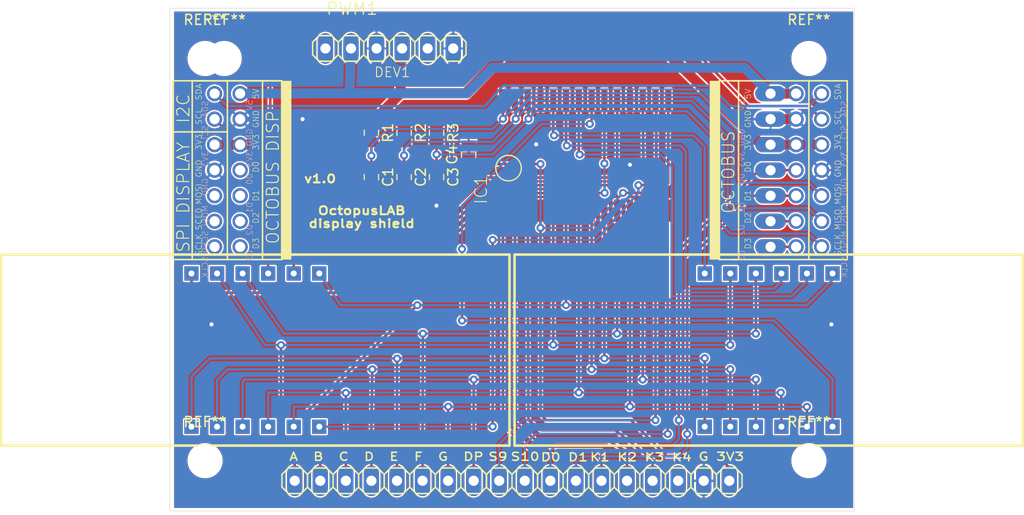
<source format=kicad_pcb>
(kicad_pcb (version 20171130) (host pcbnew "(5.1.5)-3")
  (layers (0 Top signal) (31 Bottom signal) (34 B.Paste user) (35 F.Paste user) (36 B.SilkS user) (37 F.SilkS user) (38 B.Mask user) (39 F.Mask user) (44 Edge.Cuts user))
  (net 0 "")
  (net 1 GND)
  (net 2 +5V)
  (net 3 +3V3)
  (net 4 /I2C_SDA)
  (net 5 /I2C_SCL)
  (net 6 /SPI_MOSI)
  (net 7 /SPI_MISO)
  (net 8 /SPI_SCLK)
  (net 9 /DEV1)
  (net 10 "Net-(U$4-PadD3)")
  (net 11 "Net-(U$4-PadD2)")
  (net 12 "Net-(U$4-PadD1)")
  (net 13 "Net-(U$4-PadD0)")
  (net 14 /PWM1)
  (net 15 D)
  (net 16 G)
  (net 17 C)
  (net 18 DP)
  (net 19 E)
  (net 20 D1)
  (net 21 D2)
  (net 22 D3)
  (net 23 D4)
  (net 24 D5)
  (net 25 D6)
  (net 26 D7)
  (net 27 D8)
  (net 28 B)
  (net 29 F)
  (net 30 A)
  (net 31 S10)
  (net 32 S9)
  (net 33 K3)
  (net 34 K2)
  (net 35 K1)
  (net 36 /SPI_MOSI-L)
  (net 37 /SPI_CS-L)
  (net 38 /SPI_SCLK-L)
  (net 39 "Net-(JP4-Pad4)")
  (net 40 D1-o)
  (net 41 D0-o)
  (net 42 /D3-o)
  (net 43 /D2-o)
  (module TM1638Shield1:SOP28 (layer Top) (at 141.2748 114.6302)
    (fp_text reference IC1 (at -9.652 4.953 90) (layer F.SilkS) (effects (font (size 1.2065 1.2065) (thickness 0.09652)) (justify left bottom)))
    (fp_text value TM1638)
    (pad 28 smd rect (at -8.255 -5.5) (size 0.6 2.2) (layers Top F.Paste F.Mask) (net 6 /SPI_MOSI))
    (pad 27 smd rect (at -6.985 -5.5) (size 0.6 2.2) (layers Top F.Paste F.Mask) (net 7 /SPI_MISO))
    (pad 26 smd rect (at -5.715 -5.5) (size 0.6 2.2) (layers Top F.Paste F.Mask) (net 8 /SPI_SCLK))
    (pad 25 smd rect (at -4.445 -5.5) (size 0.6 2.2) (layers Top F.Paste F.Mask) (net 1 GND))
    (pad 24 smd rect (at -3.175 -5.5) (size 0.6 2.2) (layers Top F.Paste F.Mask) (net 20 D1))
    (pad 23 smd rect (at -1.905 -5.5) (size 0.6 2.2) (layers Top F.Paste F.Mask) (net 21 D2))
    (pad 22 smd rect (at -0.635 -5.5) (size 0.6 2.2) (layers Top F.Paste F.Mask) (net 22 D3))
    (pad 21 smd rect (at 0.635 -5.5) (size 0.6 2.2) (layers Top F.Paste F.Mask) (net 23 D4))
    (pad 20 smd rect (at 1.905 -5.5) (size 0.6 2.2) (layers Top F.Paste F.Mask) (net 24 D5))
    (pad 19 smd rect (at 3.175 -5.5) (size 0.6 2.2) (layers Top F.Paste F.Mask) (net 25 D6))
    (pad 18 smd rect (at 4.445 -5.5) (size 0.6 2.2) (layers Top F.Paste F.Mask) (net 1 GND))
    (pad 17 smd rect (at 5.715 -5.5) (size 0.6 2.2) (layers Top F.Paste F.Mask) (net 26 D7))
    (pad 16 smd rect (at 6.985 -5.5) (size 0.6 2.2) (layers Top F.Paste F.Mask) (net 27 D8))
    (pad 15 smd rect (at 8.255 -5.5) (size 0.6 2.2) (layers Top F.Paste F.Mask) (net 3 +3V3))
    (pad 14 smd rect (at 8.255 5.5) (size 0.6 2.2) (layers Top F.Paste F.Mask) (net 31 S10))
    (pad 13 smd rect (at 6.985 5.5) (size 0.6 2.2) (layers Top F.Paste F.Mask) (net 32 S9))
    (pad 12 smd rect (at 5.715 5.5) (size 0.6 2.2) (layers Top F.Paste F.Mask) (net 18 DP))
    (pad 11 smd rect (at 4.445 5.5) (size 0.6 2.2) (layers Top F.Paste F.Mask) (net 16 G))
    (pad 10 smd rect (at 3.175 5.5) (size 0.6 2.2) (layers Top F.Paste F.Mask) (net 29 F))
    (pad 9 smd rect (at 1.905 5.5) (size 0.6 2.2) (layers Top F.Paste F.Mask) (net 19 E))
    (pad 8 smd rect (at 0.635 5.5) (size 0.6 2.2) (layers Top F.Paste F.Mask) (net 15 D))
    (pad 7 smd rect (at -0.635 5.5) (size 0.6 2.2) (layers Top F.Paste F.Mask) (net 17 C))
    (pad 6 smd rect (at -1.905 5.5) (size 0.6 2.2) (layers Top F.Paste F.Mask) (net 28 B))
    (pad 5 smd rect (at -3.175 5.5) (size 0.6 2.2) (layers Top F.Paste F.Mask) (net 30 A))
    (pad 4 smd rect (at -4.445 5.5) (size 0.6 2.2) (layers Top F.Paste F.Mask) (net 3 +3V3))
    (pad 3 smd rect (at -5.715 5.5) (size 0.6 2.2) (layers Top F.Paste F.Mask) (net 33 K3))
    (pad 2 smd rect (at -6.985 5.5) (size 0.6 2.2) (layers Top F.Paste F.Mask) (net 34 K2))
    (pad 1 smd rect (at -8.255 5.5) (size 0.6 2.2) (layers Top F.Paste F.Mask) (net 35 K1))
  )
  (module TM1638Shield1:BQ-MB14RD (layer Top) (at 108.5 134)
    (fp_text reference DISP-R1 hide)
    (fp_text value 7SEG-4D0.56INCH hide)
    (pad D4 thru_hole rect (at 6.35 7.62) (size 1.4224 1.4224) (drill 0.6) (layers *.Cu *.Mask) (net 27 D8))
    (pad G thru_hole rect (at 3.81 7.62) (size 1.4224 1.4224) (drill 0.6) (layers *.Cu *.Mask) (net 16 G))
    (pad C thru_hole rect (at 1.27 7.62) (size 1.4224 1.4224) (drill 0.6) (layers *.Cu *.Mask) (net 17 C))
    (pad DP thru_hole rect (at -1.27 7.62) (size 1.4224 1.4224) (drill 0.6) (layers *.Cu *.Mask) (net 18 DP))
    (pad D thru_hole rect (at -3.81 7.62) (size 1.4224 1.4224) (drill 0.6) (layers *.Cu *.Mask) (net 15 D))
    (pad E thru_hole rect (at -6.35 7.62) (size 1.4224 1.4224) (drill 0.6) (layers *.Cu *.Mask) (net 19 E))
    (pad B thru_hole rect (at 6.35 -7.62) (size 1.4224 1.4224) (drill 0.6) (layers *.Cu *.Mask) (net 28 B))
    (pad D3 thru_hole rect (at 3.81 -7.62) (size 1.4224 1.4224) (drill 0.6) (layers *.Cu *.Mask) (net 26 D7))
    (pad D2 thru_hole rect (at 1.27 -7.62) (size 1.4224 1.4224) (drill 0.6) (layers *.Cu *.Mask) (net 25 D6))
    (pad F thru_hole rect (at -1.27 -7.62) (size 1.4224 1.4224) (drill 0.6) (layers *.Cu *.Mask) (net 29 F))
    (pad A thru_hole rect (at -3.81 -7.62) (size 1.4224 1.4224) (drill 0.6) (layers *.Cu *.Mask) (net 30 A))
    (pad D1 thru_hole rect (at -6.35 -7.62) (size 1.4224 1.4224) (drill 0.6) (layers *.Cu *.Mask) (net 24 D5))
  )
  (module Capacitor_SMD:C_0805_2012Metric (layer Top) (at 129.6924 114.5817 90)
    (fp_text reference C4 (at 0 -1.65 90) (layer F.SilkS))
    (fp_text value 100n)
    (pad 2 smd roundrect (at 0.9375 0 90) (size 0.975 1.4) (layers Top F.Paste F.Mask) (net 1 GND))
    (pad 1 smd roundrect (at -0.9375 0 90) (size 0.975 1.4) (layers Top F.Paste F.Mask) (net 3 +3V3))
  )
  (module MountingHole:MountingHole_3.2mm_M3_ISO7380 (layer Top) (at 105.4 105)
    (fp_text reference REF** (at 0 -3.85) (layer F.SilkS))
    (fp_text value MountingHole_3.2mm_M3_ISO7380)
    (pad 1 np_thru_hole circle (at 0 0) (size 3.2 3.2) (drill 3.2) (layers *.Cu *.Mask))
  )
  (module TM1638Shield1:BQ-MB14RD (layer Top) (at 159.5 134)
    (fp_text reference DISP-L1 hide)
    (fp_text value 7SEG-4D0.56INCH hide)
    (pad D4 thru_hole rect (at 6.35 7.62) (size 1.4224 1.4224) (drill 0.6) (layers *.Cu *.Mask) (net 23 D4))
    (pad G thru_hole rect (at 3.81 7.62) (size 1.4224 1.4224) (drill 0.6) (layers *.Cu *.Mask) (net 16 G))
    (pad C thru_hole rect (at 1.27 7.62) (size 1.4224 1.4224) (drill 0.6) (layers *.Cu *.Mask) (net 17 C))
    (pad DP thru_hole rect (at -1.27 7.62) (size 1.4224 1.4224) (drill 0.6) (layers *.Cu *.Mask) (net 18 DP))
    (pad D thru_hole rect (at -3.81 7.62) (size 1.4224 1.4224) (drill 0.6) (layers *.Cu *.Mask) (net 15 D))
    (pad E thru_hole rect (at -6.35 7.62) (size 1.4224 1.4224) (drill 0.6) (layers *.Cu *.Mask) (net 19 E))
    (pad B thru_hole rect (at 6.35 -7.62) (size 1.4224 1.4224) (drill 0.6) (layers *.Cu *.Mask) (net 28 B))
    (pad D3 thru_hole rect (at 3.81 -7.62) (size 1.4224 1.4224) (drill 0.6) (layers *.Cu *.Mask) (net 22 D3))
    (pad D2 thru_hole rect (at 1.27 -7.62) (size 1.4224 1.4224) (drill 0.6) (layers *.Cu *.Mask) (net 21 D2))
    (pad F thru_hole rect (at -1.27 -7.62) (size 1.4224 1.4224) (drill 0.6) (layers *.Cu *.Mask) (net 29 F))
    (pad A thru_hole rect (at -3.81 -7.62) (size 1.4224 1.4224) (drill 0.6) (layers *.Cu *.Mask) (net 30 A))
    (pad D1 thru_hole rect (at -6.35 -7.62) (size 1.4224 1.4224) (drill 0.6) (layers *.Cu *.Mask) (net 20 D1))
  )
  (module MountingHole:MountingHole_3.2mm_M3_ISO7380 (layer Top) (at 103.5 145)
    (fp_text reference REF** (at 0 -3.85) (layer F.SilkS))
    (fp_text value MountingHole_3.2mm_M3_ISO7380)
    (pad 1 np_thru_hole circle (at 0 0) (size 3.2 3.2) (drill 3.2) (layers *.Cu *.Mask))
  )
  (module MountingHole:MountingHole_3.2mm_M3_ISO7380 (layer Top) (at 163.5 145)
    (fp_text reference REF** (at 0 -3.85) (layer F.SilkS))
    (fp_text value MountingHole_3.2mm_M3_ISO7380)
    (pad 1 np_thru_hole circle (at 0 0) (size 3.2 3.2) (drill 3.2) (layers *.Cu *.Mask))
  )
  (module MountingHole:MountingHole_3.2mm_M3_ISO7380 (layer Top) (at 103.5 105)
    (fp_text reference REF** (at 0 -3.85) (layer F.SilkS))
    (fp_text value MountingHole_3.2mm_M3_ISO7380)
    (pad 1 np_thru_hole circle (at 0 0) (size 3.2 3.2) (drill 3.2) (layers *.Cu *.Mask))
  )
  (module MountingHole:MountingHole_3.2mm_M3_ISO7380 (layer Top) (at 163.5 105)
    (fp_text reference REF** (at 0 -3.85) (layer F.SilkS))
    (fp_text value MountingHole_3.2mm_M3_ISO7380)
    (pad 1 np_thru_hole circle (at 0 0) (size 3.2 3.2) (drill 3.2) (layers *.Cu *.Mask))
  )
  (module TM1638Shield1:1X04 (layer Top) (at 146.7 147)
    (fp_text reference JP4 hide)
    (fp_text value PINHD-1X4)
    (pad 4 thru_hole oval (at 3.81 0 90) (size 3.048 1.524) (drill 1.016) (layers *.Cu *.Mask) (net 39 "Net-(JP4-Pad4)"))
    (pad 3 thru_hole oval (at 1.27 0 90) (size 3.048 1.524) (drill 1.016) (layers *.Cu *.Mask) (net 33 K3))
    (pad 2 thru_hole oval (at -1.27 0 90) (size 3.048 1.524) (drill 1.016) (layers *.Cu *.Mask) (net 34 K2))
    (pad 1 thru_hole oval (at -3.81 0 90) (size 3.048 1.524) (drill 1.016) (layers *.Cu *.Mask) (net 35 K1))
  )
  (module TM1638Shield1:1X04 (layer Top) (at 136.54 147)
    (fp_text reference JP1 hide)
    (fp_text value PINHD-1X4)
    (pad 4 thru_hole oval (at 3.81 0 90) (size 3.048 1.524) (drill 1.016) (layers *.Cu *.Mask) (net 40 D1-o))
    (pad 3 thru_hole oval (at 1.27 0 90) (size 3.048 1.524) (drill 1.016) (layers *.Cu *.Mask) (net 41 D0-o))
    (pad 2 thru_hole oval (at -1.27 0 90) (size 3.048 1.524) (drill 1.016) (layers *.Cu *.Mask) (net 31 S10))
    (pad 1 thru_hole oval (at -3.81 0 90) (size 3.048 1.524) (drill 1.016) (layers *.Cu *.Mask) (net 32 S9))
  )
  (module Resistor_SMD:R_0805_2012Metric (layer Top) (at 126.502201 112.382399 270)
    (fp_text reference R3 (at 0 -1.65 90) (layer F.SilkS))
    (fp_text value 10k)
    (pad 2 smd roundrect (at 0.9375 0 270) (size 0.975 1.4) (layers Top F.Paste F.Mask) (net 8 /SPI_SCLK))
    (pad 1 smd roundrect (at -0.9375 0 270) (size 0.975 1.4) (layers Top F.Paste F.Mask) (net 3 +3V3))
  )
  (module Capacitor_SMD:C_0805_2012Metric (layer Top) (at 126.502201 116.792399 270)
    (fp_text reference C3 (at 0 -1.65 90) (layer F.SilkS))
    (fp_text value 1n)
    (pad 2 smd roundrect (at 0.9375 0 270) (size 0.975 1.4) (layers Top F.Paste F.Mask) (net 1 GND))
    (pad 1 smd roundrect (at -0.9375 0 270) (size 0.975 1.4) (layers Top F.Paste F.Mask) (net 8 /SPI_SCLK))
  )
  (module Resistor_SMD:R_0805_2012Metric (layer Top) (at 123.2772 112.3874 270)
    (fp_text reference R2 (at 0 -1.65 90) (layer F.SilkS))
    (fp_text value 10k)
    (pad 2 smd roundrect (at 0.9375 0 270) (size 0.975 1.4) (layers Top F.Paste F.Mask) (net 7 /SPI_MISO))
    (pad 1 smd roundrect (at -0.9375 0 270) (size 0.975 1.4) (layers Top F.Paste F.Mask) (net 3 +3V3))
  )
  (module Resistor_SMD:R_0805_2012Metric (layer Top) (at 120.0272 112.3874 270)
    (fp_text reference R1 (at 0 -1.65 90) (layer F.SilkS))
    (fp_text value 10k)
    (pad 2 smd roundrect (at 0.9375 0 270) (size 0.975 1.4) (layers Top F.Paste F.Mask) (net 6 /SPI_MOSI))
    (pad 1 smd roundrect (at -0.9375 0 270) (size 0.975 1.4) (layers Top F.Paste F.Mask) (net 3 +3V3))
  )
  (module Capacitor_SMD:C_0805_2012Metric (layer Top) (at 123.2772 116.7974 270)
    (fp_text reference C2 (at 0 -1.65 90) (layer F.SilkS))
    (fp_text value 1n)
    (pad 2 smd roundrect (at 0.9375 0 270) (size 0.975 1.4) (layers Top F.Paste F.Mask) (net 1 GND))
    (pad 1 smd roundrect (at -0.9375 0 270) (size 0.975 1.4) (layers Top F.Paste F.Mask) (net 7 /SPI_MISO))
  )
  (module Capacitor_SMD:C_0805_2012Metric (layer Top) (at 120.0272 116.7974 270)
    (fp_text reference C1 (at 0 -1.65 90) (layer F.SilkS))
    (fp_text value 1n)
    (pad 2 smd roundrect (at 0.9375 0 270) (size 0.975 1.4) (layers Top F.Paste F.Mask) (net 1 GND))
    (pad 1 smd roundrect (at -0.9375 0 270) (size 0.975 1.4) (layers Top F.Paste F.Mask) (net 6 /SPI_MOSI))
  )
  (module TM1638Shield1:1X04 (layer Top) (at 116.22 147)
    (fp_text reference JP2 hide)
    (fp_text value PINHD-1X4)
    (pad 4 thru_hole oval (at 3.81 0 90) (size 3.048 1.524) (drill 1.016) (layers *.Cu *.Mask) (net 15 D))
    (pad 3 thru_hole oval (at 1.27 0 90) (size 3.048 1.524) (drill 1.016) (layers *.Cu *.Mask) (net 17 C))
    (pad 2 thru_hole oval (at -1.27 0 90) (size 3.048 1.524) (drill 1.016) (layers *.Cu *.Mask) (net 28 B))
    (pad 1 thru_hole oval (at -3.81 0 90) (size 3.048 1.524) (drill 1.016) (layers *.Cu *.Mask) (net 30 A))
  )
  (module TM1638Shield1:1X04 (layer Top) (at 126.38 147)
    (fp_text reference JP3 hide)
    (fp_text value PINHD-1X4)
    (pad 1 thru_hole oval (at -3.81 0 90) (size 3.048 1.524) (drill 1.016) (layers *.Cu *.Mask) (net 19 E))
    (pad 2 thru_hole oval (at -1.27 0 90) (size 3.048 1.524) (drill 1.016) (layers *.Cu *.Mask) (net 29 F))
    (pad 3 thru_hole oval (at 1.27 0 90) (size 3.048 1.524) (drill 1.016) (layers *.Cu *.Mask) (net 16 G))
    (pad 4 thru_hole oval (at 3.81 0 90) (size 3.048 1.524) (drill 1.016) (layers *.Cu *.Mask) (net 18 DP))
  )
  (module TM1638Shield1:OCTOBUS (layer Top) (at 153.34 125)
    (fp_text reference U$1 hide)
    (fp_text value OCTOBUSFULL hide)
    (fp_text user SDA (at 13.335 -15.8336 -90) (layer B.SilkS) (effects (font (size 0.57912 0.57912) (thickness 0.048768)) (justify left top mirror)))
    (fp_text user SCL (at 13.335 -13.3825 -90) (layer B.SilkS) (effects (font (size 0.57912 0.57912) (thickness 0.048768)) (justify left top mirror)))
    (fp_text user 3V3 (at 13.335 -10.8425 -90) (layer B.SilkS) (effects (font (size 0.57912 0.57912) (thickness 0.048768)) (justify left top mirror)))
    (fp_text user GND (at 13.335 -8.1374 -90) (layer B.SilkS) (effects (font (size 0.57912 0.57912) (thickness 0.048768)) (justify left top mirror)))
    (fp_text user MOSI (at 13.335 -5.445 -90) (layer B.SilkS) (effects (font (size 0.57912 0.57912) (thickness 0.048768)) (justify left top mirror)))
    (fp_text user MISO (at 13.335 -2.905 -90) (layer B.SilkS) (effects (font (size 0.57912 0.57912) (thickness 0.048768)) (justify left top mirror)))
    (fp_text user SCLK (at 13.335 -0.3523 -90) (layer B.SilkS) (effects (font (size 0.57912 0.57912) (thickness 0.048768)) (justify left top mirror)))
    (fp_text user D3 (at 3.81 -1 -90) (layer B.SilkS) (effects (font (size 0.57912 0.57912) (thickness 0.048768)) (justify left bottom mirror)))
    (fp_text user D2 (at 3.81 -3.54 -90) (layer B.SilkS) (effects (font (size 0.57912 0.57912) (thickness 0.048768)) (justify left bottom mirror)))
    (fp_text user D1 (at 3.81 -5.7625 -90) (layer B.SilkS) (effects (font (size 0.57912 0.57912) (thickness 0.048768)) (justify left bottom mirror)))
    (fp_text user D0 (at 3.81 -8.62 -90) (layer B.SilkS) (effects (font (size 0.57912 0.57912) (thickness 0.048768)) (justify left bottom mirror)))
    (fp_text user 3V3 (at 3.81 -10.8425 -90) (layer B.SilkS) (effects (font (size 0.57912 0.57912) (thickness 0.048768)) (justify left bottom mirror)))
    (fp_text user GND (at 3.81 -13.065 -90) (layer B.SilkS) (effects (font (size 0.57912 0.57912) (thickness 0.048768)) (justify left bottom mirror)))
    (fp_text user 5V (at 3.81 -15.9225 -90) (layer B.SilkS) (effects (font (size 0.57912 0.57912) (thickness 0.048768)) (justify left bottom mirror)))
    (fp_text user OCTOBUS (at 2.8575 -4.4925 90) (layer F.SilkS) (effects (font (size 1.2065 1.2065) (thickness 0.1016)) (justify left bottom)))
    (fp_text user SDA (at 12.7 -15.8336 90) (layer F.SilkS) (effects (font (size 0.57912 0.57912) (thickness 0.048768)) (justify left top)))
    (fp_text user SCL (at 12.7 -13.3825 90) (layer F.SilkS) (effects (font (size 0.57912 0.57912) (thickness 0.048768)) (justify left top)))
    (fp_text user 3V3 (at 12.7 -10.8425 90) (layer F.SilkS) (effects (font (size 0.57912 0.57912) (thickness 0.048768)) (justify left top)))
    (fp_text user GND (at 12.7 -8.1374 90) (layer F.SilkS) (effects (font (size 0.57912 0.57912) (thickness 0.048768)) (justify left top)))
    (fp_text user MOSI (at 12.7 -5.445 90) (layer F.SilkS) (effects (font (size 0.57912 0.57912) (thickness 0.048768)) (justify left top)))
    (fp_text user MISO (at 12.7 -2.905 90) (layer F.SilkS) (effects (font (size 0.57912 0.57912) (thickness 0.048768)) (justify left top)))
    (fp_text user SCLK (at 12.7 -0.3523 90) (layer F.SilkS) (effects (font (size 0.57912 0.57912) (thickness 0.048768)) (justify left top)))
    (fp_text user D3 (at 4.445 -1 90) (layer F.SilkS) (effects (font (size 0.57912 0.57912) (thickness 0.048768)) (justify left bottom)))
    (fp_text user D2 (at 4.445 -3.54 90) (layer F.SilkS) (effects (font (size 0.57912 0.57912) (thickness 0.048768)) (justify left bottom)))
    (fp_text user D1 (at 4.445 -5.7625 90) (layer F.SilkS) (effects (font (size 0.57912 0.57912) (thickness 0.048768)) (justify left bottom)))
    (fp_text user D0 (at 4.445 -8.62 90) (layer F.SilkS) (effects (font (size 0.57912 0.57912) (thickness 0.048768)) (justify left bottom)))
    (fp_text user 3V3 (at 4.445 -10.8425 90) (layer F.SilkS) (effects (font (size 0.57912 0.57912) (thickness 0.048768)) (justify left bottom)))
    (fp_text user 5V (at 4.445 -15.9225 90) (layer F.SilkS) (effects (font (size 0.57912 0.57912) (thickness 0.048768)) (justify left bottom)))
    (fp_text user GND (at 4.445 -13.065 90) (layer F.SilkS) (effects (font (size 0.57912 0.57912) (thickness 0.048768)) (justify left bottom)))
    (pad I2C_SDA thru_hole circle (at 11.43 -16.51) (size 1.524 1.524) (drill 1.016) (layers *.Cu *.Mask) (net 4 /I2C_SDA))
    (pad I2C_SCL thru_hole circle (at 11.43 -13.97) (size 1.524 1.524) (drill 1.016) (layers *.Cu *.Mask) (net 5 /I2C_SCL))
    (pad 3V3_2 thru_hole circle (at 11.43 -11.43) (size 1.524 1.524) (drill 1.016) (layers *.Cu *.Mask) (net 3 +3V3))
    (pad GND_2 thru_hole circle (at 11.43 -8.89) (size 1.524 1.524) (drill 1.016) (layers *.Cu *.Mask) (net 1 GND))
    (pad SPI_MOSI thru_hole circle (at 11.43 -6.35) (size 1.524 1.524) (drill 1.016) (layers *.Cu *.Mask) (net 6 /SPI_MOSI))
    (pad SPI_MISO thru_hole circle (at 11.43 -3.81) (size 1.524 1.524) (drill 1.016) (layers *.Cu *.Mask) (net 7 /SPI_MISO))
    (pad SPI_SCLK thru_hole circle (at 11.43 -1.27) (size 1.524 1.524) (drill 1.016) (layers *.Cu *.Mask) (net 8 /SPI_SCLK))
    (pad D3 thru_hole circle (at 8.89 -1.27) (size 1.524 1.524) (drill 1.016) (layers *.Cu *.Mask) (net 42 /D3-o))
    (pad D2 thru_hole circle (at 8.89 -3.81) (size 1.524 1.524) (drill 1.016) (layers *.Cu *.Mask) (net 43 /D2-o))
    (pad D1 thru_hole circle (at 8.89 -6.35) (size 1.524 1.524) (drill 1.016) (layers *.Cu *.Mask) (net 40 D1-o))
    (pad D0 thru_hole circle (at 8.89 -8.89) (size 1.524 1.524) (drill 1.016) (layers *.Cu *.Mask) (net 41 D0-o))
    (pad 3V3 thru_hole circle (at 8.89 -11.43) (size 1.524 1.524) (drill 1.016) (layers *.Cu *.Mask) (net 3 +3V3))
    (pad GND thru_hole circle (at 8.89 -13.97) (size 1.524 1.524) (drill 1.016) (layers *.Cu *.Mask) (net 1 GND))
    (pad 5V thru_hole circle (at 8.89 -16.51) (size 1.524 1.524) (drill 1.016) (layers *.Cu *.Mask) (net 2 +5V))
    (pad D3_AUX thru_hole oval (at 6.35 -1.27) (size 3.048 1.524) (drill 1.016) (layers *.Cu *.Mask) (net 42 /D3-o))
    (pad D2_AUX thru_hole oval (at 6.35 -3.81) (size 3.048 1.524) (drill 1.016) (layers *.Cu *.Mask) (net 43 /D2-o))
    (pad D1_AUX thru_hole oval (at 6.35 -6.35) (size 3.048 1.524) (drill 1.016) (layers *.Cu *.Mask) (net 40 D1-o))
    (pad D0_AUX thru_hole oval (at 6.35 -8.89) (size 3.048 1.524) (drill 1.016) (layers *.Cu *.Mask) (net 41 D0-o))
    (pad 3V3_AUX thru_hole oval (at 6.35 -11.43) (size 3.048 1.524) (drill 1.016) (layers *.Cu *.Mask) (net 3 +3V3))
    (pad GND_AUX thru_hole oval (at 6.35 -13.97) (size 3.048 1.524) (drill 1.016) (layers *.Cu *.Mask) (net 1 GND))
    (pad 5V_AUX thru_hole oval (at 6.35 -16.51) (size 3.048 1.524) (drill 1.016) (layers *.Cu *.Mask) (net 2 +5V))
  )
  (module TM1638Shield1:1X03 (layer Top) (at 125.62 104)
    (fp_text reference DEV1 (at -1.6637 2.9337) (layer F.SilkS) (effects (font (size 0.9652 0.9652) (thickness 0.09652)) (justify right bottom)))
    (fp_text value PINHD-1X3)
    (pad 3 thru_hole oval (at 2.54 0 90) (size 3.048 1.524) (drill 1.016) (layers *.Cu *.Mask) (net 1 GND))
    (pad 2 thru_hole oval (at 0 0 90) (size 3.048 1.524) (drill 1.016) (layers *.Cu *.Mask) (net 9 /DEV1))
    (pad 1 thru_hole oval (at -2.54 0 90) (size 3.048 1.524) (drill 1.016) (layers *.Cu *.Mask) (net 3 +3V3))
  )
  (module TM1638Shield1:OCTOBUS_DISP (layer Top) (at 100 125)
    (fp_text reference U$4 hide)
    (fp_text value OCTOBUS_DISP hide)
    (fp_text user 5V (at 8.255 -15.9225 -90) (layer B.SilkS) (effects (font (size 0.57912 0.57912) (thickness 0.048768)) (justify left bottom mirror)))
    (fp_text user GND (at 8.255 -13.065 -90) (layer B.SilkS) (effects (font (size 0.57912 0.57912) (thickness 0.048768)) (justify left bottom mirror)))
    (fp_text user 3V3 (at 8.255 -10.8425 -90) (layer B.SilkS) (effects (font (size 0.57912 0.57912) (thickness 0.048768)) (justify left bottom mirror)))
    (fp_text user D0 (at 8.255 -8.62 -90) (layer B.SilkS) (effects (font (size 0.57912 0.57912) (thickness 0.048768)) (justify left bottom mirror)))
    (fp_text user D1 (at 8.255 -5.7625 -90) (layer B.SilkS) (effects (font (size 0.57912 0.57912) (thickness 0.048768)) (justify left bottom mirror)))
    (fp_text user D2 (at 8.255 -3.54 -90) (layer B.SilkS) (effects (font (size 0.57912 0.57912) (thickness 0.048768)) (justify left bottom mirror)))
    (fp_text user D3 (at 8.255 -1 -90) (layer B.SilkS) (effects (font (size 0.57912 0.57912) (thickness 0.048768)) (justify left bottom mirror)))
    (fp_text user SCLK (at 3.175 -0.3523 -90) (layer B.SilkS) (effects (font (size 0.57912 0.57912) (thickness 0.048768)) (justify left top mirror)))
    (fp_text user SCE0 (at 3.175 -2.905 -90) (layer B.SilkS) (effects (font (size 0.57912 0.57912) (thickness 0.048768)) (justify left top mirror)))
    (fp_text user MOSI (at 3.175 -5.445 -90) (layer B.SilkS) (effects (font (size 0.57912 0.57912) (thickness 0.048768)) (justify left top mirror)))
    (fp_text user GND (at 3.175 -8.1374 -90) (layer B.SilkS) (effects (font (size 0.57912 0.57912) (thickness 0.048768)) (justify left top mirror)))
    (fp_text user 3V3 (at 3.175 -10.8425 -90) (layer B.SilkS) (effects (font (size 0.57912 0.57912) (thickness 0.048768)) (justify left top mirror)))
    (fp_text user SCL (at 3.175 -13.3825 -90) (layer B.SilkS) (effects (font (size 0.57912 0.57912) (thickness 0.048768)) (justify left top mirror)))
    (fp_text user SDA (at 3.175 -15.8336 -90) (layer B.SilkS) (effects (font (size 0.57912 0.57912) (thickness 0.048768)) (justify left top mirror)))
    (fp_text user I2C (at 0.635 -16.5575 90) (layer F.SilkS) (effects (font (size 1.2065 1.2065) (thickness 0.1016)) (justify right top)))
    (fp_text user "SPI DISPLAY" (at 0.635 -11.795 90) (layer F.SilkS) (effects (font (size 1.2065 1.2065) (thickness 0.1016)) (justify right top)))
    (fp_text user "OCTOBUS DISP" (at 9.525 -14.9225 90) (layer F.SilkS) (effects (font (size 1.2065 1.2065) (thickness 0.1016)) (justify right top)))
    (fp_text user SDA (at 2.54 -15.8336 90) (layer F.SilkS) (effects (font (size 0.57912 0.57912) (thickness 0.048768)) (justify left top)))
    (fp_text user SCL (at 2.54 -13.3825 90) (layer F.SilkS) (effects (font (size 0.57912 0.57912) (thickness 0.048768)) (justify left top)))
    (fp_text user 3V3 (at 2.54 -10.8425 90) (layer F.SilkS) (effects (font (size 0.57912 0.57912) (thickness 0.048768)) (justify left top)))
    (fp_text user GND (at 2.54 -8.1374 90) (layer F.SilkS) (effects (font (size 0.57912 0.57912) (thickness 0.048768)) (justify left top)))
    (fp_text user MOSI (at 2.54 -5.445 90) (layer F.SilkS) (effects (font (size 0.57912 0.57912) (thickness 0.048768)) (justify left top)))
    (fp_text user SCE0 (at 2.54 -2.905 90) (layer F.SilkS) (effects (font (size 0.57912 0.57912) (thickness 0.048768)) (justify left top)))
    (fp_text user SCLK (at 2.54 -0.3523 90) (layer F.SilkS) (effects (font (size 0.57912 0.57912) (thickness 0.048768)) (justify left top)))
    (fp_text user D3 (at 8.89 -1 90) (layer F.SilkS) (effects (font (size 0.57912 0.57912) (thickness 0.048768)) (justify left bottom)))
    (fp_text user D2 (at 8.89 -3.54 90) (layer F.SilkS) (effects (font (size 0.57912 0.57912) (thickness 0.048768)) (justify left bottom)))
    (fp_text user D1 (at 8.89 -5.7625 90) (layer F.SilkS) (effects (font (size 0.57912 0.57912) (thickness 0.048768)) (justify left bottom)))
    (fp_text user D0 (at 8.89 -8.62 90) (layer F.SilkS) (effects (font (size 0.57912 0.57912) (thickness 0.048768)) (justify left bottom)))
    (fp_text user 3V3 (at 8.89 -10.8425 90) (layer F.SilkS) (effects (font (size 0.57912 0.57912) (thickness 0.048768)) (justify left bottom)))
    (fp_text user 5V (at 8.89 -15.9225 90) (layer F.SilkS) (effects (font (size 0.57912 0.57912) (thickness 0.048768)) (justify left bottom)))
    (fp_text user GND (at 8.89 -13.065 90) (layer F.SilkS) (effects (font (size 0.57912 0.57912) (thickness 0.048768)) (justify left bottom)))
    (pad I2C_SDA thru_hole circle (at 4.445 -16.51) (size 1.524 1.524) (drill 1.016) (layers *.Cu *.Mask) (net 4 /I2C_SDA))
    (pad I2C_SCL thru_hole circle (at 4.445 -13.97) (size 1.524 1.524) (drill 1.016) (layers *.Cu *.Mask) (net 5 /I2C_SCL))
    (pad 3V3_2 thru_hole circle (at 4.445 -11.43) (size 1.524 1.524) (drill 1.016) (layers *.Cu *.Mask) (net 3 +3V3))
    (pad GND_2 thru_hole circle (at 4.445 -8.89) (size 1.524 1.524) (drill 1.016) (layers *.Cu *.Mask) (net 1 GND))
    (pad SPI_MOSI thru_hole circle (at 4.445 -6.35) (size 1.524 1.524) (drill 1.016) (layers *.Cu *.Mask) (net 36 /SPI_MOSI-L))
    (pad SPI_SCE0 thru_hole circle (at 4.445 -3.81) (size 1.524 1.524) (drill 1.016) (layers *.Cu *.Mask) (net 37 /SPI_CS-L))
    (pad SPI_SCLK thru_hole circle (at 4.445 -1.27) (size 1.524 1.524) (drill 1.016) (layers *.Cu *.Mask) (net 38 /SPI_SCLK-L))
    (pad D3 thru_hole circle (at 6.985 -1.27) (size 1.524 1.524) (drill 1.016) (layers *.Cu *.Mask) (net 10 "Net-(U$4-PadD3)"))
    (pad D2 thru_hole circle (at 6.985 -3.81) (size 1.524 1.524) (drill 1.016) (layers *.Cu *.Mask) (net 11 "Net-(U$4-PadD2)"))
    (pad D1 thru_hole circle (at 6.985 -6.35) (size 1.524 1.524) (drill 1.016) (layers *.Cu *.Mask) (net 12 "Net-(U$4-PadD1)"))
    (pad D0 thru_hole circle (at 6.985 -8.89) (size 1.524 1.524) (drill 1.016) (layers *.Cu *.Mask) (net 13 "Net-(U$4-PadD0)"))
    (pad 3V3 thru_hole circle (at 6.985 -11.43) (size 1.524 1.524) (drill 1.016) (layers *.Cu *.Mask) (net 3 +3V3))
    (pad GND thru_hole circle (at 6.985 -13.97) (size 1.524 1.524) (drill 1.016) (layers *.Cu *.Mask) (net 1 GND))
    (pad 5V thru_hole circle (at 6.985 -16.51) (size 1.524 1.524) (drill 1.016) (layers *.Cu *.Mask) (net 2 +5V))
  )
  (module TM1638Shield1:1X03 (layer Top) (at 118 104 180)
    (fp_text reference PWM1 (at -2.7432 3.2512) (layer F.SilkS) (effects (font (size 1.2065 1.2065) (thickness 0.12065)) (justify right bottom)))
    (fp_text value PINHD-1X3)
    (pad 3 thru_hole oval (at 2.54 0 270) (size 3.048 1.524) (drill 1.016) (layers *.Cu *.Mask) (net 14 /PWM1))
    (pad 2 thru_hole oval (at 0 0 270) (size 3.048 1.524) (drill 1.016) (layers *.Cu *.Mask) (net 2 +5V))
    (pad 1 thru_hole oval (at -2.54 0 270) (size 3.048 1.524) (drill 1.016) (layers *.Cu *.Mask) (net 1 GND))
  )
  (module TM1638Shield1:1X02 (layer Top) (at 154.32 147 180)
    (fp_text reference IO26 hide)
    (fp_text value PINHD-1X2)
    (pad 2 thru_hole oval (at 1.27 0 270) (size 3.048 1.524) (drill 1.016) (layers *.Cu *.Mask) (net 1 GND))
    (pad 1 thru_hole oval (at -1.27 0 270) (size 3.048 1.524) (drill 1.016) (layers *.Cu *.Mask) (net 3 +3V3))
  )
  (gr_text "G 3V3" (at 154.8 144.6) (layer F.SilkS) (effects (font (size 0.8 1))))
  (gr_text "K1 K2 K3 K4\n\n" (at 146.8 145.3) (layer F.SilkS) (effects (font (size 0.8 1))))
  (gr_text "S10\n" (at 135.3 144.6) (layer F.SilkS) (effects (font (size 0.8 1))))
  (gr_text "D0 D1\n\n" (at 139.2 145.3) (layer F.SilkS) (effects (font (size 0.8 1))))
  (gr_text "S9\n" (at 132.6 144.6) (layer F.SilkS) (effects (font (size 0.8 1))))
  (gr_text "F  G  DP " (at 128.1 144.6) (layer F.SilkS) (effects (font (size 0.8 1))))
  (gr_text "A  B  C  D  E" (at 117.3 144.6) (layer F.SilkS) (effects (font (size 0.8 1))))
  (gr_text v1.0 (at 114.935 116.967) (layer F.SilkS) (effects (font (size 0.8 1) (thickness 0.2))))
  (gr_text "OctopusLAB\ndisplay shield" (at 119.0625 120.777) (layer F.SilkS) (effects (font (size 0.8 1) (thickness 0.2))))
  (gr_line (start 168 100) (end 168 150) (layer Edge.Cuts) (width 0.05))
  (gr_line (start 100 100) (end 168 100) (layer Edge.Cuts) (width 0.05))
  (gr_line (start 100 150) (end 100 100) (layer Edge.Cuts) (width 0.05))
  (gr_line (start 168 150) (end 100 150) (layer Edge.Cuts) (width 0.05))
  (via (at 104.14 131.445) (size 0.8) (drill 0.4) (layers Top Bottom) (net 1))
  (via (at 165.735 131.445) (size 0.8) (drill 0.4) (layers Top Bottom) (net 1))
  (segment (start 162.23 111.03) (end 159.69 111.03) (width 1) (layer Top) (net 1))
  (segment (start 136.8298 109.1302) (end 136.8298 113.03) (width 0.25) (layer Top) (net 1))
  (segment (start 129.7986 113.538) (end 129.6924 113.6442) (width 0.25) (layer Top) (net 1))
  (segment (start 136.398 113.538) (end 129.7986 113.538) (width 0.25) (layer Top) (net 1))
  (segment (start 136.8298 113.03) (end 136.398 113.538) (width 0.25) (layer Top) (net 1))
  (segment (start 136.398 113.538) (end 136.398 113.538) (width 0.25) (layer Top) (net 1))
  (via (at 136.398 113.538) (size 0.8) (drill 0.4) (layers Top Bottom) (net 1))
  (segment (start 120.0272 117.7349) (end 123.2772 117.7349) (width 0.5) (layer Top) (net 1))
  (segment (start 126.4972 117.7349) (end 126.502201 117.729899) (width 0.5) (layer Top) (net 1))
  (segment (start 123.2772 117.7349) (end 126.4972 117.7349) (width 0.5) (layer Top) (net 1))
  (segment (start 127.762 106.68) (end 128.16 106.282) (width 1) (layer Bottom) (net 1))
  (segment (start 120.904 106.68) (end 127.762 106.68) (width 1) (layer Bottom) (net 1))
  (segment (start 120.54 104) (end 120.54 106.316) (width 1) (layer Bottom) (net 1))
  (segment (start 128.16 106.282) (end 128.16 104) (width 1) (layer Bottom) (net 1))
  (segment (start 120.54 106.316) (end 120.904 106.68) (width 1) (layer Bottom) (net 1))
  (segment (start 145.7198 109.1302) (end 145.7198 115.57) (width 0.5) (layer Top) (net 1))
  (segment (start 145.7198 115.57) (end 145.7198 115.57) (width 0.5) (layer Top) (net 1))
  (via (at 145.7198 115.57) (size 0.8) (drill 0.4) (layers Top Bottom) (net 1))
  (segment (start 145.7198 115.57) (end 147.066 115.57) (width 0.5) (layer Bottom) (net 1))
  (segment (start 147.066 115.57) (end 148.336 116.84) (width 0.5) (layer Bottom) (net 1))
  (segment (start 148.336 116.84) (end 148.336 120.65) (width 0.5) (layer Bottom) (net 1))
  (segment (start 148.336 120.65) (end 142.748 126.238) (width 0.5) (layer Bottom) (net 1))
  (segment (start 142.748 126.238) (end 126.492 126.238) (width 0.5) (layer Bottom) (net 1))
  (segment (start 126.492 126.238) (end 126.492 119.634) (width 0.5) (layer Bottom) (net 1))
  (segment (start 126.492 119.634) (end 126.492 119.634) (width 0.5) (layer Bottom) (net 1))
  (via (at 126.492 119.634) (size 0.8) (drill 0.4) (layers Top Bottom) (net 1))
  (segment (start 126.502201 119.623799) (end 126.492 119.634) (width 0.5) (layer Top) (net 1))
  (segment (start 126.502201 117.729899) (end 126.502201 119.623799) (width 0.5) (layer Top) (net 1))
  (segment (start 145.7198 109.1302) (end 145.7198 106.8578) (width 0.5) (layer Top) (net 1))
  (segment (start 145.7198 106.8578) (end 145.034 106.172) (width 0.5) (layer Top) (net 1))
  (segment (start 145.034 106.172) (end 137.668 106.172) (width 0.5) (layer Top) (net 1))
  (segment (start 136.8298 107.0102) (end 136.8298 109.1302) (width 0.5) (layer Top) (net 1))
  (segment (start 137.668 106.172) (end 136.8298 107.0102) (width 0.5) (layer Top) (net 1))
  (segment (start 106.985 111.03) (end 113.189 111.03) (width 0.5) (layer Bottom) (net 1))
  (segment (start 113.189 111.03) (end 113.189 111.03) (width 0.5) (layer Bottom) (net 1))
  (via (at 113.189 111.03) (size 0.8) (drill 0.4) (layers Top Bottom) (net 1))
  (segment (start 113.189 111.03) (end 115.1895 109.0295) (width 0.5) (layer Top) (net 1))
  (segment (start 115.1895 109.0295) (end 119.4435 109.0295) (width 0.5) (layer Top) (net 1))
  (segment (start 120.54 107.933) (end 120.54 104) (width 0.5) (layer Top) (net 1))
  (segment (start 119.4435 109.0295) (end 120.54 107.933) (width 0.5) (layer Top) (net 1))
  (segment (start 114.2365 119.634) (end 126.492 119.634) (width 0.5) (layer Bottom) (net 1))
  (segment (start 113.189 118.6815) (end 114.2365 119.634) (width 0.5) (layer Bottom) (net 1))
  (segment (start 104.445 116.11) (end 105.6835 114.8715) (width 0.25) (layer Bottom) (net 1))
  (segment (start 113.157 114.8715) (end 113.189 114.9035) (width 0.25) (layer Bottom) (net 1))
  (segment (start 105.6835 114.8715) (end 113.157 114.8715) (width 0.25) (layer Bottom) (net 1))
  (segment (start 113.189 111.03) (end 113.189 114.9035) (width 0.5) (layer Bottom) (net 1))
  (segment (start 113.189 114.9035) (end 113.189 118.6815) (width 0.5) (layer Bottom) (net 1))
  (segment (start 162.23 111.03) (end 163.468 112.268) (width 0.25) (layer Bottom) (net 1))
  (segment (start 163.468 112.268) (end 166.3065 112.268) (width 0.25) (layer Bottom) (net 1))
  (segment (start 166.3065 112.268) (end 166.3065 115.6335) (width 0.25) (layer Bottom) (net 1))
  (segment (start 165.83 116.11) (end 164.77 116.11) (width 0.25) (layer Bottom) (net 1))
  (segment (start 166.3065 115.6335) (end 165.83 116.11) (width 0.25) (layer Bottom) (net 1))
  (segment (start 162.23 108.49) (end 159.69 108.49) (width 1) (layer Top) (net 2))
  (segment (start 157.118 105.918) (end 159.69 108.49) (width 1) (layer Bottom) (net 2))
  (segment (start 132.08 105.918) (end 157.118 105.918) (width 1) (layer Bottom) (net 2))
  (segment (start 106.985 108.49) (end 117.856 108.458) (width 1) (layer Bottom) (net 2))
  (segment (start 132.08 105.918) (end 129.54 108.458) (width 1) (layer Bottom) (net 2))
  (segment (start 129.54 108.458) (end 117.856 108.458) (width 1) (layer Bottom) (net 2))
  (segment (start 117.856 108.458) (end 118 104) (width 1) (layer Bottom) (net 2))
  (segment (start 120.0272 111.4499) (end 123.2772 111.4499) (width 0.25) (layer Top) (net 3))
  (segment (start 123.282201 111.444899) (end 123.2772 111.4499) (width 0.25) (layer Top) (net 3))
  (segment (start 126.502201 111.444899) (end 123.282201 111.444899) (width 0.25) (layer Top) (net 3))
  (segment (start 136.8298 120.1302) (end 136.8298 121.8438) (width 0.25) (layer Top) (net 3))
  (segment (start 136.8298 121.8438) (end 136.8298 121.8438) (width 0.25) (layer Top) (net 3))
  (via (at 136.8298 121.8438) (size 0.8) (drill 0.4) (layers Top Bottom) (net 3))
  (segment (start 136.8298 121.8438) (end 136.8298 115.4938) (width 0.25) (layer Bottom) (net 3))
  (segment (start 136.8298 115.4938) (end 136.8298 115.4938) (width 0.25) (layer Bottom) (net 3))
  (via (at 136.8298 115.4938) (size 0.8) (drill 0.4) (layers Top Bottom) (net 3))
  (segment (start 129.7178 115.4938) (end 129.6924 115.5192) (width 0.25) (layer Top) (net 3))
  (segment (start 136.8298 115.4938) (end 129.7178 115.4938) (width 0.25) (layer Top) (net 3))
  (segment (start 129.6924 115.5192) (end 128.2192 115.5192) (width 0.25) (layer Top) (net 3))
  (segment (start 128.2192 115.5192) (end 128.016 115.316) (width 0.25) (layer Top) (net 3))
  (segment (start 128.016 115.316) (end 128.016 111.76) (width 0.25) (layer Top) (net 3))
  (segment (start 127.700899 111.444899) (end 126.502201 111.444899) (width 0.25) (layer Top) (net 3))
  (segment (start 128.016 111.76) (end 127.700899 111.444899) (width 0.25) (layer Top) (net 3))
  (segment (start 104.445 113.57) (end 106.985 113.57) (width 1) (layer Top) (net 3))
  (segment (start 159.69 113.57) (end 162.23 113.57) (width 1) (layer Top) (net 3))
  (segment (start 164.77 113.57) (end 162.23 113.57) (width 1) (layer Top) (net 3))
  (segment (start 106.985 113.57) (end 113.76 113.57) (width 1) (layer Top) (net 3))
  (segment (start 115.8801 111.4499) (end 120.0272 111.4499) (width 1) (layer Top) (net 3))
  (segment (start 113.76 113.57) (end 115.8801 111.4499) (width 1) (layer Top) (net 3))
  (segment (start 122.936 108.458) (end 120.0272 111.4499) (width 1) (layer Top) (net 3))
  (segment (start 122.936 104.144) (end 123.08 104) (width 1) (layer Top) (net 3))
  (segment (start 122.936 108.458) (end 122.936 104.144) (width 1) (layer Top) (net 3))
  (segment (start 136.8298 121.8438) (end 136.8298 140.3858) (width 0.25) (layer Top) (net 3))
  (segment (start 136.8298 140.3858) (end 137.414 140.97) (width 0.25) (layer Top) (net 3))
  (segment (start 137.414 140.97) (end 145.796 140.97) (width 0.25) (layer Top) (net 3))
  (segment (start 145.796 140.97) (end 149.352 144.526) (width 0.25) (layer Top) (net 3))
  (segment (start 149.352 144.526) (end 154.432 144.526) (width 0.25) (layer Top) (net 3))
  (segment (start 155.59 145.684) (end 155.59 147) (width 0.25) (layer Top) (net 3))
  (segment (start 154.432 144.526) (end 155.59 145.684) (width 0.25) (layer Top) (net 3))
  (segment (start 141.8082 121.8438) (end 136.8298 121.8438) (width 0.25) (layer Bottom) (net 3))
  (via (at 145.034 118.364) (size 0.8) (drill 0.4) (layers Top Bottom) (net 3))
  (segment (start 145.034 118.364) (end 141.8082 121.8438) (width 0.25) (layer Bottom) (net 3))
  (segment (start 149.5298 117.348) (end 149.5298 109.1302) (width 0.25) (layer Top) (net 3))
  (segment (start 145.034 118.364) (end 148.59 118.364) (width 0.25) (layer Top) (net 3))
  (segment (start 148.59 118.364) (end 149.5298 117.348) (width 0.25) (layer Top) (net 3))
  (segment (start 158.782 113.57) (end 159.69 113.57) (width 1) (layer Top) (net 3))
  (segment (start 148.844 103.886) (end 158.782 113.57) (width 1) (layer Top) (net 3))
  (segment (start 133.858 103.886) (end 148.844 103.886) (width 1) (layer Top) (net 3))
  (segment (start 122.936 108.458) (end 129.396 108.458) (width 1) (layer Top) (net 3))
  (segment (start 129.396 108.458) (end 133.858 103.886) (width 1) (layer Top) (net 3))
  (segment (start 163.532 109.728) (end 155.702 109.728) (width 0.25) (layer Bottom) (net 4))
  (segment (start 164.77 108.49) (end 163.532 109.728) (width 0.25) (layer Bottom) (net 4))
  (segment (start 155.702 109.728) (end 153.67 107.696) (width 0.25) (layer Bottom) (net 4))
  (segment (start 153.67 107.696) (end 133.096 107.696) (width 0.25) (layer Bottom) (net 4))
  (segment (start 133.096 107.696) (end 131.318 109.728) (width 0.25) (layer Bottom) (net 4))
  (segment (start 105.683 109.728) (end 104.445 108.49) (width 0.25) (layer Bottom) (net 4))
  (segment (start 131.318 109.728) (end 105.683 109.728) (width 0.25) (layer Bottom) (net 4))
  (segment (start 105.683 112.268) (end 104.445 111.03) (width 0.25) (layer Top) (net 5))
  (segment (start 109.982 112.268) (end 105.683 112.268) (width 0.25) (layer Top) (net 5))
  (segment (start 149.352 101.346) (end 113.538 101.346) (width 0.25) (layer Top) (net 5))
  (segment (start 113.538 101.346) (end 109.982 104.394) (width 0.25) (layer Top) (net 5))
  (segment (start 164.77 111.03) (end 163.468 109.728) (width 0.25) (layer Top) (net 5))
  (segment (start 163.468 109.728) (end 157.48 109.728) (width 0.25) (layer Top) (net 5))
  (segment (start 157.48 109.728) (end 149.352 101.346) (width 0.25) (layer Top) (net 5))
  (segment (start 109.982 104.394) (end 109.982 112.268) (width 0.25) (layer Top) (net 5))
  (segment (start 120.0272 115.8599) (end 120.0272 114.6688) (width 0.25) (layer Top) (net 6))
  (segment (start 120.0272 114.6688) (end 120.0272 113.3249) (width 0.25) (layer Top) (net 6))
  (via (at 120.0272 114.6688) (size 0.8) (drill 0.4) (layers Top Bottom) (net 6))
  (segment (start 120.0272 114.6688) (end 120.0272 113.6528) (width 0.25) (layer Bottom) (net 6))
  (segment (start 120.0272 113.6528) (end 121.666 112.014) (width 0.25) (layer Bottom) (net 6))
  (segment (start 121.666 112.014) (end 132.08 112.014) (width 0.25) (layer Bottom) (net 6))
  (segment (start 132.08 112.014) (end 132.842 111.252) (width 0.25) (layer Bottom) (net 6))
  (segment (start 132.842 111.252) (end 133.096 110.998) (width 0.25) (layer Bottom) (net 6))
  (segment (start 133.096 110.998) (end 133.096 110.998) (width 0.25) (layer Bottom) (net 6))
  (via (at 133.096 110.998) (size 0.8) (drill 0.4) (layers Top Bottom) (net 6))
  (segment (start 133.096 109.2064) (end 133.0198 109.1302) (width 0.25) (layer Top) (net 6))
  (segment (start 133.096 110.998) (end 133.096 109.2064) (width 0.25) (layer Top) (net 6))
  (segment (start 164.77 118.65) (end 163.468 117.348) (width 0.25) (layer Bottom) (net 6))
  (segment (start 163.468 117.348) (end 156.718 117.348) (width 0.25) (layer Bottom) (net 6))
  (segment (start 156.718 117.348) (end 156.464 117.094) (width 0.25) (layer Bottom) (net 6))
  (segment (start 156.464 117.094) (end 156.464 112.268) (width 0.25) (layer Bottom) (net 6))
  (segment (start 156.464 112.268) (end 152.654 108.458) (width 0.25) (layer Bottom) (net 6))
  (segment (start 135.636 108.458) (end 133.096 110.998) (width 0.25) (layer Bottom) (net 6))
  (segment (start 152.654 108.458) (end 135.636 108.458) (width 0.25) (layer Bottom) (net 6))
  (segment (start 123.2772 114.6412) (end 123.2772 113.3249) (width 0.25) (layer Top) (net 7))
  (via (at 123.2772 114.6412) (size 0.8) (drill 0.4) (layers Top Bottom) (net 7))
  (segment (start 123.2772 115.8599) (end 123.2772 114.6412) (width 0.25) (layer Top) (net 7))
  (segment (start 123.2772 114.6412) (end 123.2772 113.9588) (width 0.25) (layer Bottom) (net 7))
  (segment (start 123.2772 113.9588) (end 123.952 113.284) (width 0.25) (layer Bottom) (net 7))
  (segment (start 123.952 113.284) (end 132.08 113.284) (width 0.25) (layer Bottom) (net 7))
  (segment (start 132.08 113.284) (end 134.366 110.998) (width 0.25) (layer Bottom) (net 7))
  (segment (start 134.366 110.998) (end 134.366 110.998) (width 0.25) (layer Bottom) (net 7))
  (via (at 134.366 110.998) (size 0.8) (drill 0.4) (layers Top Bottom) (net 7))
  (segment (start 134.366 109.2064) (end 134.2898 109.1302) (width 0.25) (layer Top) (net 7))
  (segment (start 134.366 110.998) (end 134.366 109.2064) (width 0.25) (layer Top) (net 7))
  (segment (start 134.366 110.998) (end 136.144 109.22) (width 0.25) (layer Bottom) (net 7))
  (segment (start 136.144 109.22) (end 151.892 109.22) (width 0.25) (layer Bottom) (net 7))
  (segment (start 151.892 109.22) (end 155.448 112.776) (width 0.25) (layer Bottom) (net 7))
  (segment (start 155.448 112.776) (end 155.448 119.38) (width 0.25) (layer Bottom) (net 7))
  (segment (start 155.448 119.38) (end 155.956 119.888) (width 0.25) (layer Bottom) (net 7))
  (segment (start 163.468 119.888) (end 164.77 121.19) (width 0.25) (layer Bottom) (net 7))
  (segment (start 155.956 119.888) (end 163.468 119.888) (width 0.25) (layer Bottom) (net 7))
  (segment (start 126.502201 115.854899) (end 126.502201 114.543799) (width 0.25) (layer Top) (net 8))
  (segment (start 126.502201 114.543799) (end 126.502201 113.319899) (width 0.25) (layer Top) (net 8))
  (via (at 126.502201 114.543799) (size 0.8) (drill 0.4) (layers Top Bottom) (net 8))
  (segment (start 126.502201 114.543799) (end 132.090201 114.543799) (width 0.25) (layer Bottom) (net 8))
  (segment (start 132.090201 114.543799) (end 135.636 110.998) (width 0.25) (layer Bottom) (net 8))
  (segment (start 135.636 110.998) (end 135.636 110.998) (width 0.25) (layer Bottom) (net 8))
  (via (at 135.636 110.998) (size 0.8) (drill 0.4) (layers Top Bottom) (net 8))
  (segment (start 135.636 109.2064) (end 135.5598 109.1302) (width 0.25) (layer Top) (net 8))
  (segment (start 135.636 110.998) (end 135.636 109.2064) (width 0.25) (layer Top) (net 8))
  (segment (start 135.636 110.998) (end 136.398 110.236) (width 0.25) (layer Bottom) (net 8))
  (segment (start 136.398 110.236) (end 151.384 110.236) (width 0.25) (layer Bottom) (net 8))
  (segment (start 151.384 110.236) (end 154.178 113.03) (width 0.25) (layer Bottom) (net 8))
  (segment (start 154.178 113.03) (end 154.178 120.904) (width 0.25) (layer Bottom) (net 8))
  (segment (start 154.178 120.904) (end 155.702 122.428) (width 0.25) (layer Bottom) (net 8))
  (segment (start 163.468 122.428) (end 164.77 123.73) (width 0.25) (layer Bottom) (net 8))
  (segment (start 155.702 122.428) (end 163.468 122.428) (width 0.25) (layer Bottom) (net 8))
  (segment (start 155.69 141.62) (end 155.69 135.9034) (width 0.25) (layer Top) (net 15))
  (segment (start 104.69 141.62) (end 104.69 136.9656) (width 0.25) (layer Bottom) (net 15))
  (segment (start 104.69 136.9656) (end 105.7402 135.9154) (width 0.25) (layer Bottom) (net 15))
  (segment (start 105.7402 135.9154) (end 155.6766 135.9154) (width 0.25) (layer Bottom) (net 15))
  (segment (start 155.69 135.9034) (end 155.69 135.9034) (width 0.25) (layer Top) (net 15))
  (via (at 155.69 135.9034) (size 0.8) (drill 0.4) (layers Top Bottom) (net 15))
  (segment (start 120.03 141.5138) (end 120.03 147) (width 0.25) (layer Top) (net 15))
  (via (at 120.1166 135.9154) (size 0.8) (drill 0.4) (layers Top Bottom) (net 15))
  (segment (start 120.1166 135.9154) (end 120.03 141.5138) (width 0.25) (layer Top) (net 15))
  (segment (start 141.9098 120.1302) (end 141.9098 135.9154) (width 0.25) (layer Top) (net 15))
  (segment (start 141.9098 135.9154) (end 141.9098 135.9154) (width 0.25) (layer Top) (net 15))
  (via (at 141.9098 135.9154) (size 0.8) (drill 0.4) (layers Top Bottom) (net 15))
  (segment (start 163.31 140.9326) (end 163.31 141.62) (width 0.25) (layer Top) (net 16))
  (segment (start 163.303093 139.642707) (end 163.31 140.9326) (width 0.25) (layer Top) (net 16))
  (via (at 163.303093 139.642707) (size 0.8) (drill 0.4) (layers Top Bottom) (net 16))
  (segment (start 112.3188 139.6238) (end 112.31 141.62) (width 0.25) (layer Bottom) (net 16))
  (segment (start 163.303093 139.642707) (end 112.3188 139.6238) (width 0.25) (layer Bottom) (net 16))
  (segment (start 127.65 142.5806) (end 127.65 147) (width 0.25) (layer Top) (net 16))
  (via (at 127.6604 139.6238) (size 0.8) (drill 0.4) (layers Top Bottom) (net 16))
  (segment (start 127.6604 139.6238) (end 127.65 142.5806) (width 0.25) (layer Top) (net 16))
  (segment (start 145.7198 120.1302) (end 145.7198 139.6238) (width 0.25) (layer Top) (net 16))
  (segment (start 145.7198 139.6238) (end 145.7198 139.6238) (width 0.25) (layer Top) (net 16))
  (via (at 145.7198 139.6238) (size 0.8) (drill 0.4) (layers Top Bottom) (net 16))
  (segment (start 160.77 140.4754) (end 160.7566 138.176) (width 0.25) (layer Top) (net 17))
  (segment (start 160.77 141.62) (end 160.77 140.4754) (width 0.25) (layer Top) (net 17))
  (segment (start 109.77 141.62) (end 109.77 138.2356) (width 0.25) (layer Bottom) (net 17))
  (segment (start 109.7788 138.2268) (end 160.7058 138.2268) (width 0.25) (layer Bottom) (net 17))
  (segment (start 109.77 138.2356) (end 109.7788 138.2268) (width 0.25) (layer Bottom) (net 17))
  (segment (start 160.7058 138.2268) (end 160.7058 138.2268) (width 0.25) (layer Bottom) (net 17))
  (via (at 160.7058 138.2268) (size 0.8) (drill 0.4) (layers Top Bottom) (net 17))
  (segment (start 117.49 147) (end 117.49 138.2626) (width 0.25) (layer Top) (net 17))
  (segment (start 117.49 138.2626) (end 117.49 138.2372) (width 0.25) (layer Top) (net 17))
  (via (at 117.49 138.2626) (size 0.8) (drill 0.4) (layers Top Bottom) (net 17))
  (segment (start 140.6398 120.1302) (end 140.6398 138.2268) (width 0.25) (layer Top) (net 17))
  (segment (start 140.6398 138.2268) (end 140.6398 138.2268) (width 0.25) (layer Top) (net 17))
  (via (at 140.6398 138.2268) (size 0.8) (drill 0.4) (layers Top Bottom) (net 17))
  (segment (start 158.23 141.62) (end 158.23 136.9194) (width 0.25) (layer Top) (net 18))
  (segment (start 107.23 141.62) (end 107.23 137.1688) (width 0.25) (layer Bottom) (net 18))
  (segment (start 107.23 137.1688) (end 107.4674 136.9314) (width 0.25) (layer Bottom) (net 18))
  (segment (start 107.4674 136.9314) (end 158.2166 136.9314) (width 0.25) (layer Bottom) (net 18))
  (segment (start 158.23 136.9194) (end 158.23 136.9194) (width 0.25) (layer Top) (net 18))
  (via (at 158.23 136.9194) (size 0.8) (drill 0.4) (layers Top Bottom) (net 18))
  (via (at 130.2004 136.9314) (size 0.8) (drill 0.4) (layers Top Bottom) (net 18))
  (segment (start 130.19 144.306873) (end 130.19 147) (width 0.25) (layer Top) (net 18))
  (segment (start 130.19 142.5298) (end 130.19 144.306873) (width 0.25) (layer Top) (net 18))
  (segment (start 130.2004 136.9314) (end 130.19 142.5298) (width 0.25) (layer Top) (net 18))
  (segment (start 146.9898 120.1302) (end 146.9898 136.9314) (width 0.25) (layer Top) (net 18))
  (segment (start 146.9898 136.9314) (end 146.9898 136.9314) (width 0.25) (layer Top) (net 18))
  (via (at 146.9898 136.9314) (size 0.8) (drill 0.4) (layers Top Bottom) (net 18))
  (segment (start 153.15 141.62) (end 153.15 134.8112) (width 0.25) (layer Top) (net 19))
  (segment (start 102.15 141.62) (end 102.15 136.6354) (width 0.25) (layer Bottom) (net 19))
  (segment (start 102.15 136.6354) (end 103.9622 134.8232) (width 0.25) (layer Bottom) (net 19))
  (segment (start 103.9622 134.8232) (end 153.1366 134.8232) (width 0.25) (layer Bottom) (net 19))
  (segment (start 153.15 134.8112) (end 153.15 134.8112) (width 0.25) (layer Top) (net 19))
  (via (at 153.15 134.8112) (size 0.8) (drill 0.4) (layers Top Bottom) (net 19))
  (segment (start 122.57 142.228053) (end 122.57 147) (width 0.25) (layer Top) (net 19))
  (via (at 122.5804 134.8486) (size 0.8) (drill 0.4) (layers Top Bottom) (net 19))
  (segment (start 122.57 141.2598) (end 122.57 142.228053) (width 0.25) (layer Top) (net 19))
  (segment (start 122.5804 134.8486) (end 122.57 141.2598) (width 0.25) (layer Top) (net 19))
  (segment (start 143.1798 120.1302) (end 143.1798 134.8232) (width 0.25) (layer Top) (net 19))
  (segment (start 143.1798 134.8232) (end 143.1798 134.8232) (width 0.25) (layer Top) (net 19))
  (via (at 143.1798 134.8232) (size 0.8) (drill 0.4) (layers Top Bottom) (net 19))
  (segment (start 153.15 126.38) (end 153.15 113.78) (width 0.25) (layer Bottom) (net 20))
  (segment (start 153.15 113.78) (end 152.019 112.649) (width 0.25) (layer Bottom) (net 20))
  (segment (start 152.019 112.649) (end 138.176 112.649) (width 0.25) (layer Bottom) (net 20))
  (segment (start 138.176 112.649) (end 138.176 112.649) (width 0.25) (layer Bottom) (net 20))
  (via (at 138.176 112.649) (size 0.8) (drill 0.4) (layers Top Bottom) (net 20))
  (segment (start 138.0998 112.5728) (end 138.176 112.649) (width 0.25) (layer Top) (net 20))
  (segment (start 138.0998 109.1302) (end 138.0998 112.5728) (width 0.25) (layer Top) (net 20))
  (segment (start 160.77 126.38) (end 160.77 127.139) (width 0.25) (layer Bottom) (net 21))
  (segment (start 160.77 127.139) (end 160.02 127.889) (width 0.25) (layer Bottom) (net 21))
  (segment (start 160.02 127.889) (end 151.257 127.889) (width 0.25) (layer Bottom) (net 21))
  (segment (start 151.257 114.173) (end 150.749 113.665) (width 0.25) (layer Bottom) (net 21))
  (segment (start 151.257 127.889) (end 151.257 114.173) (width 0.25) (layer Bottom) (net 21))
  (segment (start 150.749 113.665) (end 139.446 113.665) (width 0.25) (layer Bottom) (net 21))
  (segment (start 139.446 113.665) (end 139.446 113.665) (width 0.25) (layer Bottom) (net 21))
  (via (at 139.446 113.665) (size 0.8) (drill 0.4) (layers Top Bottom) (net 21))
  (segment (start 139.3698 113.5888) (end 139.446 113.665) (width 0.25) (layer Top) (net 21))
  (segment (start 139.3698 109.1302) (end 139.3698 113.5888) (width 0.25) (layer Top) (net 21))
  (segment (start 163.31 126.38) (end 163.31 127.139) (width 0.25) (layer Bottom) (net 22))
  (segment (start 163.31 127.139) (end 161.798 128.651) (width 0.25) (layer Bottom) (net 22))
  (segment (start 161.798 128.651) (end 149.86 128.651) (width 0.25) (layer Bottom) (net 22))
  (segment (start 149.86 128.651) (end 149.86 115.824) (width 0.25) (layer Bottom) (net 22))
  (segment (start 149.86 115.697) (end 148.717 114.554) (width 0.25) (layer Bottom) (net 22))
  (segment (start 149.86 115.824) (end 149.86 115.697) (width 0.25) (layer Bottom) (net 22))
  (segment (start 148.717 114.554) (end 140.716 114.554) (width 0.25) (layer Bottom) (net 22))
  (segment (start 140.716 114.554) (end 140.716 114.554) (width 0.25) (layer Bottom) (net 22))
  (via (at 140.716 114.554) (size 0.8) (drill 0.4) (layers Top Bottom) (net 22))
  (segment (start 140.6398 114.4778) (end 140.716 114.554) (width 0.25) (layer Top) (net 22))
  (segment (start 140.6398 109.1302) (end 140.6398 114.4778) (width 0.25) (layer Top) (net 22))
  (segment (start 130.81 131.064) (end 130.81 131.064) (width 0.25) (layer Bottom) (net 23))
  (segment (start 141.732 111.506) (end 141.732 111.506) (width 0.25) (layer Bottom) (net 23))
  (via (at 141.732 111.506) (size 0.8) (drill 0.4) (layers Top Bottom) (net 23))
  (segment (start 141.9098 111.3282) (end 141.732 111.506) (width 0.25) (layer Top) (net 23))
  (segment (start 141.9098 109.1302) (end 141.9098 111.3282) (width 0.25) (layer Top) (net 23))
  (segment (start 165.85 136.894) (end 165.85 141.62) (width 0.25) (layer Bottom) (net 23))
  (segment (start 160.02 131.064) (end 165.85 136.894) (width 0.25) (layer Bottom) (net 23))
  (via (at 129.032 131.064) (size 0.8) (drill 0.4) (layers Top Bottom) (net 23))
  (segment (start 129.032 131.064) (end 160.02 131.064) (width 0.25) (layer Bottom) (net 23))
  (segment (start 129.032 131.064) (end 129.032 123.952) (width 0.25) (layer Top) (net 23))
  (via (at 129.032 123.952) (size 0.8) (drill 0.4) (layers Top Bottom) (net 23))
  (segment (start 136.906 111.506) (end 141.732 111.506) (width 0.25) (layer Bottom) (net 23))
  (segment (start 129.032 123.952) (end 129.032 119.634) (width 0.25) (layer Bottom) (net 23))
  (segment (start 129.032 119.634) (end 136.906 111.506) (width 0.25) (layer Bottom) (net 23))
  (segment (start 143.1798 109.1302) (end 143.1798 115.443) (width 0.25) (layer Top) (net 24))
  (segment (start 143.1798 115.443) (end 143.1798 115.443) (width 0.25) (layer Top) (net 24))
  (via (at 143.1798 115.443) (size 0.8) (drill 0.4) (layers Top Bottom) (net 24))
  (segment (start 143.1798 115.443) (end 143.2052 118.364) (width 0.25) (layer Bottom) (net 24))
  (segment (start 143.2052 118.364) (end 143.2052 118.364) (width 0.25) (layer Bottom) (net 24))
  (via (at 143.2052 118.364) (size 0.8) (drill 0.4) (layers Top Bottom) (net 24))
  (segment (start 102.15 127.2452) (end 103.2002 128.2954) (width 0.25) (layer Top) (net 24))
  (segment (start 102.15 126.38) (end 102.15 127.2452) (width 0.25) (layer Top) (net 24))
  (segment (start 132.4864 118.3894) (end 142.4178 118.3894) (width 0.25) (layer Top) (net 24))
  (segment (start 103.2002 128.2954) (end 122.555 128.2954) (width 0.25) (layer Top) (net 24))
  (segment (start 122.555 128.2954) (end 125.9205 124.968) (width 0.25) (layer Top) (net 24))
  (segment (start 142.4178 118.3894) (end 143.2052 118.364) (width 0.25) (layer Top) (net 24))
  (segment (start 125.9205 124.968) (end 132.4864 118.3894) (width 0.25) (layer Top) (net 24))
  (segment (start 144.4498 115.824) (end 144.4498 109.1302) (width 0.25) (layer Top) (net 25))
  (segment (start 109.77 125.4848) (end 111.9886 123.2662) (width 0.25) (layer Top) (net 25))
  (segment (start 109.77 126.38) (end 109.77 125.4848) (width 0.25) (layer Top) (net 25))
  (segment (start 124.714 123.2662) (end 131.4196 116.84) (width 0.25) (layer Top) (net 25))
  (segment (start 111.9886 123.2662) (end 124.714 123.2662) (width 0.25) (layer Top) (net 25))
  (segment (start 131.4196 116.84) (end 143.51 116.84) (width 0.25) (layer Top) (net 25))
  (segment (start 143.51 116.84) (end 144.4498 115.824) (width 0.25) (layer Top) (net 25))
  (segment (start 147.066 115.824) (end 146.9898 109.1302) (width 0.25) (layer Top) (net 26))
  (segment (start 112.31 125.434) (end 113.5126 124.2314) (width 0.25) (layer Top) (net 26))
  (segment (start 112.31 126.38) (end 112.31 125.434) (width 0.25) (layer Top) (net 26))
  (segment (start 113.5126 124.2314) (end 125.349 124.2314) (width 0.25) (layer Top) (net 26))
  (segment (start 125.349 124.2314) (end 131.9784 117.602) (width 0.25) (layer Top) (net 26))
  (segment (start 131.9784 117.602) (end 144.526 117.602) (width 0.25) (layer Top) (net 26))
  (segment (start 144.526 117.602) (end 147.066 115.824) (width 0.25) (layer Top) (net 26))
  (segment (start 114.85 141.62) (end 132.08 141.605) (width 0.25) (layer Bottom) (net 27))
  (segment (start 132.08 141.605) (end 132.08 141.605) (width 0.25) (layer Bottom) (net 27))
  (via (at 132.08 141.605) (size 0.8) (drill 0.4) (layers Top Bottom) (net 27))
  (segment (start 132.08 141.605) (end 132.08 123.0376) (width 0.25) (layer Top) (net 27))
  (segment (start 132.08 123.0376) (end 132.08 123.0376) (width 0.25) (layer Top) (net 27))
  (via (at 132.08 123.0376) (size 0.8) (drill 0.4) (layers Top Bottom) (net 27))
  (segment (start 142.3924 123.0376) (end 132.08 123.0376) (width 0.25) (layer Bottom) (net 27))
  (via (at 146.558 117.602) (size 0.8) (drill 0.4) (layers Top Bottom) (net 27))
  (segment (start 146.558 118.364) (end 142.3924 123.0376) (width 0.25) (layer Bottom) (net 27))
  (segment (start 146.558 117.602) (end 146.558 118.364) (width 0.25) (layer Bottom) (net 27))
  (segment (start 148.336 110.236) (end 148.2598 109.1302) (width 0.25) (layer Top) (net 27))
  (segment (start 148.336 116.84) (end 148.336 110.236) (width 0.25) (layer Top) (net 27))
  (segment (start 146.558 117.602) (end 147.574 117.602) (width 0.25) (layer Top) (net 27))
  (segment (start 147.574 117.602) (end 148.336 116.84) (width 0.25) (layer Top) (net 27))
  (segment (start 139.3698 128.27) (end 139.3698 128.27) (width 0.25) (layer Top) (net 28))
  (segment (start 113.6142 144.018) (end 114.95 145.3538) (width 0.25) (layer Top) (net 28))
  (segment (start 113.6142 140.1318) (end 113.6142 144.018) (width 0.25) (layer Top) (net 28))
  (via (at 124.587 129.54) (size 0.8) (drill 0.4) (layers Top Bottom) (net 28))
  (segment (start 114.95 145.3538) (end 114.95 147) (width 0.25) (layer Top) (net 28))
  (segment (start 124.587 129.54) (end 113.6142 140.1318) (width 0.25) (layer Top) (net 28))
  (segment (start 139.3698 120.1302) (end 139.3698 129.54) (width 0.25) (layer Top) (net 28))
  (via (at 139.3698 129.54) (size 0.8) (drill 0.4) (layers Top Bottom) (net 28))
  (segment (start 163.322 129.54) (end 116.967 129.54) (width 0.25) (layer Bottom) (net 28))
  (segment (start 116.967 129.54) (end 114.85 126.38) (width 0.25) (layer Bottom) (net 28))
  (segment (start 163.322 129.54) (end 165.862 127) (width 0.25) (layer Bottom) (net 28))
  (segment (start 165.85 126.988) (end 165.85 126.38) (width 0.25) (layer Bottom) (net 28))
  (segment (start 165.862 127) (end 165.85 126.988) (width 0.25) (layer Bottom) (net 28))
  (segment (start 158.23 131.9396) (end 158.23 126.38) (width 0.25) (layer Top) (net 29))
  (via (at 158.227698 132.373702) (size 0.8) (drill 0.4) (layers Top Bottom) (net 29))
  (segment (start 158.227698 132.373702) (end 158.23 131.9396) (width 0.25) (layer Top) (net 29))
  (segment (start 111.3536 132.3594) (end 107.23 126.38) (width 0.25) (layer Bottom) (net 29))
  (segment (start 158.227698 132.373702) (end 144.439704 132.369496) (width 0.25) (layer Bottom) (net 29))
  (segment (start 125.11 141.8186) (end 125.11 147) (width 0.25) (layer Top) (net 29))
  (via (at 125.1458 132.3594) (size 0.8) (drill 0.4) (layers Top Bottom) (net 29))
  (segment (start 125.1458 132.3594) (end 125.11 141.8186) (width 0.25) (layer Top) (net 29))
  (segment (start 144.4498 120.1302) (end 144.4498 132.3594) (width 0.25) (layer Top) (net 29))
  (segment (start 144.439704 132.369496) (end 111.3536 132.3594) (width 0.25) (layer Bottom) (net 29))
  (via (at 144.439704 132.369496) (size 0.8) (drill 0.4) (layers Top Bottom) (net 29))
  (segment (start 155.69 133.4382) (end 155.69 126.38) (width 0.25) (layer Top) (net 30))
  (segment (start 155.689729 133.489271) (end 155.69 133.4382) (width 0.25) (layer Top) (net 30))
  (via (at 155.689729 133.489271) (size 0.8) (drill 0.4) (layers Top Bottom) (net 30))
  (segment (start 109.4486 133.5024) (end 104.69 126.38) (width 0.25) (layer Bottom) (net 30))
  (segment (start 155.689729 133.489271) (end 109.4486 133.5024) (width 0.25) (layer Bottom) (net 30))
  (segment (start 112.41 147) (end 112.41 145.3538) (width 0.25) (layer Top) (net 30))
  (segment (start 112.41 145.3538) (end 111.0488 143.9926) (width 0.25) (layer Top) (net 30))
  (segment (start 111.0488 143.9926) (end 111.0488 133.5024) (width 0.25) (layer Top) (net 30))
  (segment (start 111.0488 133.5024) (end 111.0488 133.5024) (width 0.25) (layer Top) (net 30))
  (via (at 111.0488 133.5024) (size 0.8) (drill 0.4) (layers Top Bottom) (net 30))
  (segment (start 138.0998 120.1302) (end 138.0998 133.477) (width 0.25) (layer Top) (net 30))
  (segment (start 138.0998 133.477) (end 138.0998 133.477) (width 0.25) (layer Top) (net 30))
  (via (at 138.0998 133.477) (size 0.8) (drill 0.4) (layers Top Bottom) (net 30))
  (segment (start 149.47059 120.18941) (end 149.47059 142.32461) (width 0.25) (layer Top) (net 31))
  (segment (start 149.5298 120.1302) (end 149.47059 120.18941) (width 0.25) (layer Top) (net 31))
  (segment (start 135.27 147) (end 135.27 143.4188) (width 0.25) (layer Bottom) (net 31))
  (segment (start 135.27 143.4188) (end 136.3472 142.3416) (width 0.25) (layer Bottom) (net 31))
  (segment (start 136.3472 142.3416) (end 149.479 142.3416) (width 0.25) (layer Bottom) (net 31))
  (segment (start 149.479 142.3416) (end 149.479 142.3416) (width 0.25) (layer Bottom) (net 31))
  (via (at 149.479 142.3416) (size 0.8) (drill 0.4) (layers Top Bottom) (net 31))
  (segment (start 148.2598 120.1302) (end 148.2598 136.663954) (width 0.25) (layer Top) (net 32))
  (segment (start 148.2598 136.663954) (end 148.2598 140.5636) (width 0.25) (layer Top) (net 32))
  (segment (start 148.2598 140.5636) (end 148.2598 140.97) (width 0.25) (layer Top) (net 32))
  (segment (start 132.73 147) (end 132.73 143.3426) (width 0.25) (layer Bottom) (net 32))
  (segment (start 132.73 143.3426) (end 135.1026 140.97) (width 0.25) (layer Bottom) (net 32))
  (segment (start 135.1026 140.97) (end 148.2598 140.97) (width 0.25) (layer Bottom) (net 32))
  (segment (start 148.2598 140.97) (end 148.2598 140.97) (width 0.25) (layer Bottom) (net 32))
  (via (at 148.2598 140.97) (size 0.8) (drill 0.4) (layers Top Bottom) (net 32))
  (segment (start 135.636 140.97) (end 135.5598 120.1302) (width 0.25) (layer Top) (net 33))
  (segment (start 144.272 141.986) (end 136.906 141.986) (width 0.25) (layer Top) (net 33))
  (segment (start 136.906 141.986) (end 135.636 140.97) (width 0.25) (layer Top) (net 33))
  (segment (start 147.97 147) (end 147.97 144.8966) (width 0.25) (layer Top) (net 33))
  (segment (start 147.97 144.8966) (end 144.272 141.986) (width 0.25) (layer Top) (net 33))
  (segment (start 143.51 143.002) (end 145.43 144.1092) (width 0.25) (layer Top) (net 34))
  (segment (start 136.398 143.002) (end 143.51 143.002) (width 0.25) (layer Top) (net 34))
  (segment (start 145.43 144.1092) (end 145.43 147) (width 0.25) (layer Top) (net 34))
  (segment (start 134.2898 120.1302) (end 134.366 141.224) (width 0.25) (layer Top) (net 34))
  (segment (start 134.366 141.224) (end 136.398 143.002) (width 0.25) (layer Top) (net 34))
  (segment (start 133.096 141.478) (end 133.096 120.2064) (width 0.25) (layer Top) (net 35))
  (segment (start 133.096 120.2064) (end 133.0198 120.1302) (width 0.25) (layer Top) (net 35))
  (segment (start 135.89 144.018) (end 133.096 141.478) (width 0.25) (layer Top) (net 35))
  (segment (start 142.89 147) (end 142.89 144.018) (width 0.25) (layer Top) (net 35))
  (segment (start 142.89 144.018) (end 135.89 144.018) (width 0.25) (layer Top) (net 35))
  (segment (start 140.35 145.226) (end 140.9992 144.5768) (width 0.25) (layer Bottom) (net 40))
  (segment (start 140.35 147) (end 140.35 145.226) (width 0.25) (layer Bottom) (net 40))
  (segment (start 140.9992 144.5768) (end 150.5712 144.5768) (width 0.25) (layer Bottom) (net 40))
  (segment (start 150.5712 144.5768) (end 151.4094 143.7386) (width 0.25) (layer Bottom) (net 40))
  (segment (start 151.4094 143.7386) (end 151.4094 142.3416) (width 0.25) (layer Bottom) (net 40))
  (segment (start 151.4094 142.3416) (end 151.4094 142.3416) (width 0.25) (layer Bottom) (net 40))
  (via (at 151.4094 142.3416) (size 0.8) (drill 0.4) (layers Top Bottom) (net 40))
  (segment (start 151.4094 142.3416) (end 151.4094 125.1204) (width 0.25) (layer Top) (net 40))
  (segment (start 157.8798 118.65) (end 159.69 118.65) (width 0.25) (layer Top) (net 40))
  (segment (start 151.4094 125.1204) (end 157.8798 118.65) (width 0.25) (layer Top) (net 40))
  (segment (start 162.23 118.65) (end 159.69 118.65) (width 0.25) (layer Top) (net 40))
  (segment (start 137.81 147) (end 137.81 144.0538) (width 0.25) (layer Bottom) (net 41))
  (segment (start 137.81 144.0538) (end 138.3284 143.5354) (width 0.25) (layer Bottom) (net 41))
  (segment (start 138.3284 143.5354) (end 149.9108 143.5354) (width 0.25) (layer Bottom) (net 41))
  (segment (start 149.9108 143.5354) (end 150.5712 142.875) (width 0.25) (layer Bottom) (net 41))
  (segment (start 150.5712 142.875) (end 150.5712 140.97) (width 0.25) (layer Bottom) (net 41))
  (segment (start 150.5712 140.97) (end 150.5712 140.97) (width 0.25) (layer Bottom) (net 41))
  (via (at 150.5712 140.97) (size 0.8) (drill 0.4) (layers Top Bottom) (net 41))
  (segment (start 150.5712 140.97) (end 150.5712 124.079) (width 0.25) (layer Top) (net 41))
  (segment (start 158.5402 116.11) (end 159.69 116.11) (width 0.25) (layer Top) (net 41))
  (segment (start 150.5712 124.079) (end 158.5402 116.11) (width 0.25) (layer Top) (net 41))
  (segment (start 162.23 116.11) (end 159.69 116.11) (width 0.25) (layer Top) (net 41))
  (segment (start 162.23 123.73) (end 159.69 123.73) (width 0.25) (layer Top) (net 42))
  (segment (start 162.23 121.19) (end 159.69 121.19) (width 0.25) (layer Top) (net 43))
  (zone (net 1) (net_name GND) (layer Bottom) (priority 6) (connect_pads (clearance 0.000001)) (min_thickness 0.0762) (fill yes (arc_segments 32) (thermal_gap 0.2024) (thermal_bridge_width 0.2024))
    (polygon (pts (xy 167.8919 149.7013) (xy 100.4295 149.7013) (xy 100.4295 100.3364) (xy 167.8919 100.3364)))
  )
  (zone (net 1) (net_name GND) (layer Top) (priority 6) (connect_pads (clearance 0.000001)) (min_thickness 0.0762) (fill yes (arc_segments 32) (thermal_gap 0.2024) (thermal_bridge_width 0.2024))
    (polygon (pts (xy 167.8919 149.7013) (xy 100.4295 149.7013) (xy 100.4295 100.3364) (xy 167.8919 100.3364)))
  )
)
</source>
